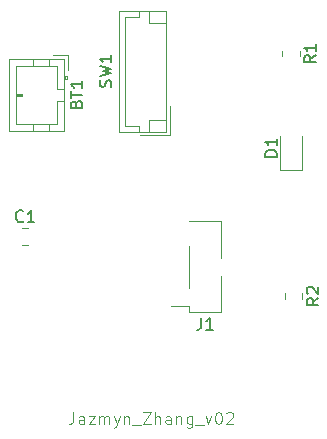
<source format=gbr>
%TF.GenerationSoftware,KiCad,Pcbnew,8.0.8*%
%TF.CreationDate,2025-02-21T00:42:49-08:00*%
%TF.ProjectId,jazmyn_hwsw,6a617a6d-796e-45f6-9877-73772e6b6963,rev?*%
%TF.SameCoordinates,Original*%
%TF.FileFunction,Legend,Top*%
%TF.FilePolarity,Positive*%
%FSLAX46Y46*%
G04 Gerber Fmt 4.6, Leading zero omitted, Abs format (unit mm)*
G04 Created by KiCad (PCBNEW 8.0.8) date 2025-02-21 00:42:49*
%MOMM*%
%LPD*%
G01*
G04 APERTURE LIST*
%ADD10C,0.100000*%
%ADD11C,0.150000*%
%ADD12C,0.120000*%
G04 APERTURE END LIST*
D10*
X102089598Y-95372419D02*
X102089598Y-96086704D01*
X102089598Y-96086704D02*
X102041979Y-96229561D01*
X102041979Y-96229561D02*
X101946741Y-96324800D01*
X101946741Y-96324800D02*
X101803884Y-96372419D01*
X101803884Y-96372419D02*
X101708646Y-96372419D01*
X102994360Y-96372419D02*
X102994360Y-95848609D01*
X102994360Y-95848609D02*
X102946741Y-95753371D01*
X102946741Y-95753371D02*
X102851503Y-95705752D01*
X102851503Y-95705752D02*
X102661027Y-95705752D01*
X102661027Y-95705752D02*
X102565789Y-95753371D01*
X102994360Y-96324800D02*
X102899122Y-96372419D01*
X102899122Y-96372419D02*
X102661027Y-96372419D01*
X102661027Y-96372419D02*
X102565789Y-96324800D01*
X102565789Y-96324800D02*
X102518170Y-96229561D01*
X102518170Y-96229561D02*
X102518170Y-96134323D01*
X102518170Y-96134323D02*
X102565789Y-96039085D01*
X102565789Y-96039085D02*
X102661027Y-95991466D01*
X102661027Y-95991466D02*
X102899122Y-95991466D01*
X102899122Y-95991466D02*
X102994360Y-95943847D01*
X103375313Y-95705752D02*
X103899122Y-95705752D01*
X103899122Y-95705752D02*
X103375313Y-96372419D01*
X103375313Y-96372419D02*
X103899122Y-96372419D01*
X104280075Y-96372419D02*
X104280075Y-95705752D01*
X104280075Y-95800990D02*
X104327694Y-95753371D01*
X104327694Y-95753371D02*
X104422932Y-95705752D01*
X104422932Y-95705752D02*
X104565789Y-95705752D01*
X104565789Y-95705752D02*
X104661027Y-95753371D01*
X104661027Y-95753371D02*
X104708646Y-95848609D01*
X104708646Y-95848609D02*
X104708646Y-96372419D01*
X104708646Y-95848609D02*
X104756265Y-95753371D01*
X104756265Y-95753371D02*
X104851503Y-95705752D01*
X104851503Y-95705752D02*
X104994360Y-95705752D01*
X104994360Y-95705752D02*
X105089599Y-95753371D01*
X105089599Y-95753371D02*
X105137218Y-95848609D01*
X105137218Y-95848609D02*
X105137218Y-96372419D01*
X105518170Y-95705752D02*
X105756265Y-96372419D01*
X105994360Y-95705752D02*
X105756265Y-96372419D01*
X105756265Y-96372419D02*
X105661027Y-96610514D01*
X105661027Y-96610514D02*
X105613408Y-96658133D01*
X105613408Y-96658133D02*
X105518170Y-96705752D01*
X106375313Y-95705752D02*
X106375313Y-96372419D01*
X106375313Y-95800990D02*
X106422932Y-95753371D01*
X106422932Y-95753371D02*
X106518170Y-95705752D01*
X106518170Y-95705752D02*
X106661027Y-95705752D01*
X106661027Y-95705752D02*
X106756265Y-95753371D01*
X106756265Y-95753371D02*
X106803884Y-95848609D01*
X106803884Y-95848609D02*
X106803884Y-96372419D01*
X107041980Y-96467657D02*
X107803884Y-96467657D01*
X107946742Y-95372419D02*
X108613408Y-95372419D01*
X108613408Y-95372419D02*
X107946742Y-96372419D01*
X107946742Y-96372419D02*
X108613408Y-96372419D01*
X108994361Y-96372419D02*
X108994361Y-95372419D01*
X109422932Y-96372419D02*
X109422932Y-95848609D01*
X109422932Y-95848609D02*
X109375313Y-95753371D01*
X109375313Y-95753371D02*
X109280075Y-95705752D01*
X109280075Y-95705752D02*
X109137218Y-95705752D01*
X109137218Y-95705752D02*
X109041980Y-95753371D01*
X109041980Y-95753371D02*
X108994361Y-95800990D01*
X110327694Y-96372419D02*
X110327694Y-95848609D01*
X110327694Y-95848609D02*
X110280075Y-95753371D01*
X110280075Y-95753371D02*
X110184837Y-95705752D01*
X110184837Y-95705752D02*
X109994361Y-95705752D01*
X109994361Y-95705752D02*
X109899123Y-95753371D01*
X110327694Y-96324800D02*
X110232456Y-96372419D01*
X110232456Y-96372419D02*
X109994361Y-96372419D01*
X109994361Y-96372419D02*
X109899123Y-96324800D01*
X109899123Y-96324800D02*
X109851504Y-96229561D01*
X109851504Y-96229561D02*
X109851504Y-96134323D01*
X109851504Y-96134323D02*
X109899123Y-96039085D01*
X109899123Y-96039085D02*
X109994361Y-95991466D01*
X109994361Y-95991466D02*
X110232456Y-95991466D01*
X110232456Y-95991466D02*
X110327694Y-95943847D01*
X110803885Y-95705752D02*
X110803885Y-96372419D01*
X110803885Y-95800990D02*
X110851504Y-95753371D01*
X110851504Y-95753371D02*
X110946742Y-95705752D01*
X110946742Y-95705752D02*
X111089599Y-95705752D01*
X111089599Y-95705752D02*
X111184837Y-95753371D01*
X111184837Y-95753371D02*
X111232456Y-95848609D01*
X111232456Y-95848609D02*
X111232456Y-96372419D01*
X112137218Y-95705752D02*
X112137218Y-96515276D01*
X112137218Y-96515276D02*
X112089599Y-96610514D01*
X112089599Y-96610514D02*
X112041980Y-96658133D01*
X112041980Y-96658133D02*
X111946742Y-96705752D01*
X111946742Y-96705752D02*
X111803885Y-96705752D01*
X111803885Y-96705752D02*
X111708647Y-96658133D01*
X112137218Y-96324800D02*
X112041980Y-96372419D01*
X112041980Y-96372419D02*
X111851504Y-96372419D01*
X111851504Y-96372419D02*
X111756266Y-96324800D01*
X111756266Y-96324800D02*
X111708647Y-96277180D01*
X111708647Y-96277180D02*
X111661028Y-96181942D01*
X111661028Y-96181942D02*
X111661028Y-95896228D01*
X111661028Y-95896228D02*
X111708647Y-95800990D01*
X111708647Y-95800990D02*
X111756266Y-95753371D01*
X111756266Y-95753371D02*
X111851504Y-95705752D01*
X111851504Y-95705752D02*
X112041980Y-95705752D01*
X112041980Y-95705752D02*
X112137218Y-95753371D01*
X112375314Y-96467657D02*
X113137218Y-96467657D01*
X113280076Y-95705752D02*
X113518171Y-96372419D01*
X113518171Y-96372419D02*
X113756266Y-95705752D01*
X114327695Y-95372419D02*
X114422933Y-95372419D01*
X114422933Y-95372419D02*
X114518171Y-95420038D01*
X114518171Y-95420038D02*
X114565790Y-95467657D01*
X114565790Y-95467657D02*
X114613409Y-95562895D01*
X114613409Y-95562895D02*
X114661028Y-95753371D01*
X114661028Y-95753371D02*
X114661028Y-95991466D01*
X114661028Y-95991466D02*
X114613409Y-96181942D01*
X114613409Y-96181942D02*
X114565790Y-96277180D01*
X114565790Y-96277180D02*
X114518171Y-96324800D01*
X114518171Y-96324800D02*
X114422933Y-96372419D01*
X114422933Y-96372419D02*
X114327695Y-96372419D01*
X114327695Y-96372419D02*
X114232457Y-96324800D01*
X114232457Y-96324800D02*
X114184838Y-96277180D01*
X114184838Y-96277180D02*
X114137219Y-96181942D01*
X114137219Y-96181942D02*
X114089600Y-95991466D01*
X114089600Y-95991466D02*
X114089600Y-95753371D01*
X114089600Y-95753371D02*
X114137219Y-95562895D01*
X114137219Y-95562895D02*
X114184838Y-95467657D01*
X114184838Y-95467657D02*
X114232457Y-95420038D01*
X114232457Y-95420038D02*
X114327695Y-95372419D01*
X115041981Y-95467657D02*
X115089600Y-95420038D01*
X115089600Y-95420038D02*
X115184838Y-95372419D01*
X115184838Y-95372419D02*
X115422933Y-95372419D01*
X115422933Y-95372419D02*
X115518171Y-95420038D01*
X115518171Y-95420038D02*
X115565790Y-95467657D01*
X115565790Y-95467657D02*
X115613409Y-95562895D01*
X115613409Y-95562895D02*
X115613409Y-95658133D01*
X115613409Y-95658133D02*
X115565790Y-95800990D01*
X115565790Y-95800990D02*
X114994362Y-96372419D01*
X114994362Y-96372419D02*
X115613409Y-96372419D01*
D11*
X119304819Y-73738094D02*
X118304819Y-73738094D01*
X118304819Y-73738094D02*
X118304819Y-73499999D01*
X118304819Y-73499999D02*
X118352438Y-73357142D01*
X118352438Y-73357142D02*
X118447676Y-73261904D01*
X118447676Y-73261904D02*
X118542914Y-73214285D01*
X118542914Y-73214285D02*
X118733390Y-73166666D01*
X118733390Y-73166666D02*
X118876247Y-73166666D01*
X118876247Y-73166666D02*
X119066723Y-73214285D01*
X119066723Y-73214285D02*
X119161961Y-73261904D01*
X119161961Y-73261904D02*
X119257200Y-73357142D01*
X119257200Y-73357142D02*
X119304819Y-73499999D01*
X119304819Y-73499999D02*
X119304819Y-73738094D01*
X119304819Y-72214285D02*
X119304819Y-72785713D01*
X119304819Y-72499999D02*
X118304819Y-72499999D01*
X118304819Y-72499999D02*
X118447676Y-72595237D01*
X118447676Y-72595237D02*
X118542914Y-72690475D01*
X118542914Y-72690475D02*
X118590533Y-72785713D01*
X97833333Y-79179580D02*
X97785714Y-79227200D01*
X97785714Y-79227200D02*
X97642857Y-79274819D01*
X97642857Y-79274819D02*
X97547619Y-79274819D01*
X97547619Y-79274819D02*
X97404762Y-79227200D01*
X97404762Y-79227200D02*
X97309524Y-79131961D01*
X97309524Y-79131961D02*
X97261905Y-79036723D01*
X97261905Y-79036723D02*
X97214286Y-78846247D01*
X97214286Y-78846247D02*
X97214286Y-78703390D01*
X97214286Y-78703390D02*
X97261905Y-78512914D01*
X97261905Y-78512914D02*
X97309524Y-78417676D01*
X97309524Y-78417676D02*
X97404762Y-78322438D01*
X97404762Y-78322438D02*
X97547619Y-78274819D01*
X97547619Y-78274819D02*
X97642857Y-78274819D01*
X97642857Y-78274819D02*
X97785714Y-78322438D01*
X97785714Y-78322438D02*
X97833333Y-78370057D01*
X98785714Y-79274819D02*
X98214286Y-79274819D01*
X98500000Y-79274819D02*
X98500000Y-78274819D01*
X98500000Y-78274819D02*
X98404762Y-78417676D01*
X98404762Y-78417676D02*
X98309524Y-78512914D01*
X98309524Y-78512914D02*
X98214286Y-78560533D01*
X122604819Y-65166666D02*
X122128628Y-65499999D01*
X122604819Y-65738094D02*
X121604819Y-65738094D01*
X121604819Y-65738094D02*
X121604819Y-65357142D01*
X121604819Y-65357142D02*
X121652438Y-65261904D01*
X121652438Y-65261904D02*
X121700057Y-65214285D01*
X121700057Y-65214285D02*
X121795295Y-65166666D01*
X121795295Y-65166666D02*
X121938152Y-65166666D01*
X121938152Y-65166666D02*
X122033390Y-65214285D01*
X122033390Y-65214285D02*
X122081009Y-65261904D01*
X122081009Y-65261904D02*
X122128628Y-65357142D01*
X122128628Y-65357142D02*
X122128628Y-65738094D01*
X122604819Y-64214285D02*
X122604819Y-64785713D01*
X122604819Y-64499999D02*
X121604819Y-64499999D01*
X121604819Y-64499999D02*
X121747676Y-64595237D01*
X121747676Y-64595237D02*
X121842914Y-64690475D01*
X121842914Y-64690475D02*
X121890533Y-64785713D01*
X105257200Y-67833332D02*
X105304819Y-67690475D01*
X105304819Y-67690475D02*
X105304819Y-67452380D01*
X105304819Y-67452380D02*
X105257200Y-67357142D01*
X105257200Y-67357142D02*
X105209580Y-67309523D01*
X105209580Y-67309523D02*
X105114342Y-67261904D01*
X105114342Y-67261904D02*
X105019104Y-67261904D01*
X105019104Y-67261904D02*
X104923866Y-67309523D01*
X104923866Y-67309523D02*
X104876247Y-67357142D01*
X104876247Y-67357142D02*
X104828628Y-67452380D01*
X104828628Y-67452380D02*
X104781009Y-67642856D01*
X104781009Y-67642856D02*
X104733390Y-67738094D01*
X104733390Y-67738094D02*
X104685771Y-67785713D01*
X104685771Y-67785713D02*
X104590533Y-67833332D01*
X104590533Y-67833332D02*
X104495295Y-67833332D01*
X104495295Y-67833332D02*
X104400057Y-67785713D01*
X104400057Y-67785713D02*
X104352438Y-67738094D01*
X104352438Y-67738094D02*
X104304819Y-67642856D01*
X104304819Y-67642856D02*
X104304819Y-67404761D01*
X104304819Y-67404761D02*
X104352438Y-67261904D01*
X104304819Y-66928570D02*
X105304819Y-66690475D01*
X105304819Y-66690475D02*
X104590533Y-66499999D01*
X104590533Y-66499999D02*
X105304819Y-66309523D01*
X105304819Y-66309523D02*
X104304819Y-66071428D01*
X105304819Y-65166666D02*
X105304819Y-65738094D01*
X105304819Y-65452380D02*
X104304819Y-65452380D01*
X104304819Y-65452380D02*
X104447676Y-65547618D01*
X104447676Y-65547618D02*
X104542914Y-65642856D01*
X104542914Y-65642856D02*
X104590533Y-65738094D01*
X112896666Y-87374819D02*
X112896666Y-88089104D01*
X112896666Y-88089104D02*
X112849047Y-88231961D01*
X112849047Y-88231961D02*
X112753809Y-88327200D01*
X112753809Y-88327200D02*
X112610952Y-88374819D01*
X112610952Y-88374819D02*
X112515714Y-88374819D01*
X113896666Y-88374819D02*
X113325238Y-88374819D01*
X113610952Y-88374819D02*
X113610952Y-87374819D01*
X113610952Y-87374819D02*
X113515714Y-87517676D01*
X113515714Y-87517676D02*
X113420476Y-87612914D01*
X113420476Y-87612914D02*
X113325238Y-87660533D01*
X102331009Y-69285714D02*
X102378628Y-69142857D01*
X102378628Y-69142857D02*
X102426247Y-69095238D01*
X102426247Y-69095238D02*
X102521485Y-69047619D01*
X102521485Y-69047619D02*
X102664342Y-69047619D01*
X102664342Y-69047619D02*
X102759580Y-69095238D01*
X102759580Y-69095238D02*
X102807200Y-69142857D01*
X102807200Y-69142857D02*
X102854819Y-69238095D01*
X102854819Y-69238095D02*
X102854819Y-69619047D01*
X102854819Y-69619047D02*
X101854819Y-69619047D01*
X101854819Y-69619047D02*
X101854819Y-69285714D01*
X101854819Y-69285714D02*
X101902438Y-69190476D01*
X101902438Y-69190476D02*
X101950057Y-69142857D01*
X101950057Y-69142857D02*
X102045295Y-69095238D01*
X102045295Y-69095238D02*
X102140533Y-69095238D01*
X102140533Y-69095238D02*
X102235771Y-69142857D01*
X102235771Y-69142857D02*
X102283390Y-69190476D01*
X102283390Y-69190476D02*
X102331009Y-69285714D01*
X102331009Y-69285714D02*
X102331009Y-69619047D01*
X101854819Y-68761904D02*
X101854819Y-68190476D01*
X102854819Y-68476190D02*
X101854819Y-68476190D01*
X102854819Y-67333333D02*
X102854819Y-67904761D01*
X102854819Y-67619047D02*
X101854819Y-67619047D01*
X101854819Y-67619047D02*
X101997676Y-67714285D01*
X101997676Y-67714285D02*
X102092914Y-67809523D01*
X102092914Y-67809523D02*
X102140533Y-67904761D01*
X122834819Y-85716666D02*
X122358628Y-86049999D01*
X122834819Y-86288094D02*
X121834819Y-86288094D01*
X121834819Y-86288094D02*
X121834819Y-85907142D01*
X121834819Y-85907142D02*
X121882438Y-85811904D01*
X121882438Y-85811904D02*
X121930057Y-85764285D01*
X121930057Y-85764285D02*
X122025295Y-85716666D01*
X122025295Y-85716666D02*
X122168152Y-85716666D01*
X122168152Y-85716666D02*
X122263390Y-85764285D01*
X122263390Y-85764285D02*
X122311009Y-85811904D01*
X122311009Y-85811904D02*
X122358628Y-85907142D01*
X122358628Y-85907142D02*
X122358628Y-86288094D01*
X121930057Y-85335713D02*
X121882438Y-85288094D01*
X121882438Y-85288094D02*
X121834819Y-85192856D01*
X121834819Y-85192856D02*
X121834819Y-84954761D01*
X121834819Y-84954761D02*
X121882438Y-84859523D01*
X121882438Y-84859523D02*
X121930057Y-84811904D01*
X121930057Y-84811904D02*
X122025295Y-84764285D01*
X122025295Y-84764285D02*
X122120533Y-84764285D01*
X122120533Y-84764285D02*
X122263390Y-84811904D01*
X122263390Y-84811904D02*
X122834819Y-85383332D01*
X122834819Y-85383332D02*
X122834819Y-84764285D01*
D12*
%TO.C,D1*%
X119540000Y-72000000D02*
X119540000Y-74860000D01*
X119540000Y-74860000D02*
X121460000Y-74860000D01*
X121460000Y-74860000D02*
X121460000Y-72000000D01*
%TO.C,C1*%
X97738748Y-79765000D02*
X98261252Y-79765000D01*
X97738748Y-81235000D02*
X98261252Y-81235000D01*
%TO.C,R1*%
X119765000Y-64772936D02*
X119765000Y-65227064D01*
X121235000Y-64772936D02*
X121235000Y-65227064D01*
%TO.C,SW1*%
X105940000Y-61390000D02*
X105940000Y-71610000D01*
X105940000Y-71610000D02*
X109960000Y-71610000D01*
X106440000Y-61890000D02*
X107650000Y-61890000D01*
X106440000Y-71110000D02*
X106440000Y-61890000D01*
X107650000Y-61890000D02*
X107650000Y-61390000D01*
X107650000Y-71110000D02*
X106440000Y-71110000D01*
X107650000Y-71610000D02*
X107650000Y-71110000D01*
X107760000Y-71910000D02*
X110260000Y-71910000D01*
X108460000Y-61390000D02*
X108460000Y-62390000D01*
X108460000Y-62390000D02*
X109960000Y-62390000D01*
X108460000Y-70610000D02*
X109960000Y-70610000D01*
X108460000Y-71610000D02*
X108460000Y-70610000D01*
X109960000Y-61390000D02*
X105940000Y-61390000D01*
X109960000Y-71610000D02*
X109960000Y-61390000D01*
X110260000Y-71910000D02*
X110260000Y-69410000D01*
%TO.C,J1*%
X111900000Y-84830000D02*
X111900000Y-81270000D01*
X111900000Y-86350000D02*
X110380000Y-86350000D01*
X111900000Y-86920000D02*
X111900000Y-86350000D01*
X114560000Y-79180000D02*
X111900000Y-79180000D01*
X114560000Y-79750000D02*
X114560000Y-79180000D01*
X114560000Y-82290000D02*
X114560000Y-79180000D01*
X114560000Y-86920000D02*
X111900000Y-86920000D01*
X114560000Y-86920000D02*
X114560000Y-83810000D01*
%TO.C,BT1*%
X96590000Y-65440000D02*
X96590000Y-71560000D01*
X96590000Y-71560000D02*
X101310000Y-71560000D01*
X97200000Y-66050000D02*
X97200000Y-70950000D01*
X97200000Y-68400000D02*
X97700000Y-68400000D01*
X97200000Y-68500000D02*
X97700000Y-68500000D01*
X97200000Y-70950000D02*
X100700000Y-70950000D01*
X97700000Y-68400000D02*
X97700000Y-68600000D01*
X97700000Y-68600000D02*
X97200000Y-68600000D01*
X98700000Y-65440000D02*
X98700000Y-66050000D01*
X98700000Y-71560000D02*
X98700000Y-70950000D01*
X100000000Y-65440000D02*
X100000000Y-66050000D01*
X100000000Y-71560000D02*
X100000000Y-70950000D01*
X100700000Y-66050000D02*
X97200000Y-66050000D01*
X100700000Y-68000000D02*
X100700000Y-66050000D01*
X100700000Y-69000000D02*
X101310000Y-69000000D01*
X100700000Y-70950000D02*
X100700000Y-69000000D01*
X101310000Y-65440000D02*
X96590000Y-65440000D01*
X101310000Y-67200000D02*
X101510000Y-67200000D01*
X101310000Y-68000000D02*
X100700000Y-68000000D01*
X101310000Y-71560000D02*
X101310000Y-65440000D01*
X101410000Y-67200000D02*
X101410000Y-66900000D01*
X101510000Y-66900000D02*
X101310000Y-66900000D01*
X101510000Y-67200000D02*
X101510000Y-66900000D01*
X101610000Y-65140000D02*
X100360000Y-65140000D01*
X101610000Y-66390000D02*
X101610000Y-65140000D01*
%TO.C,R2*%
X119995000Y-85322936D02*
X119995000Y-85777064D01*
X121465000Y-85322936D02*
X121465000Y-85777064D01*
%TD*%
M02*

</source>
